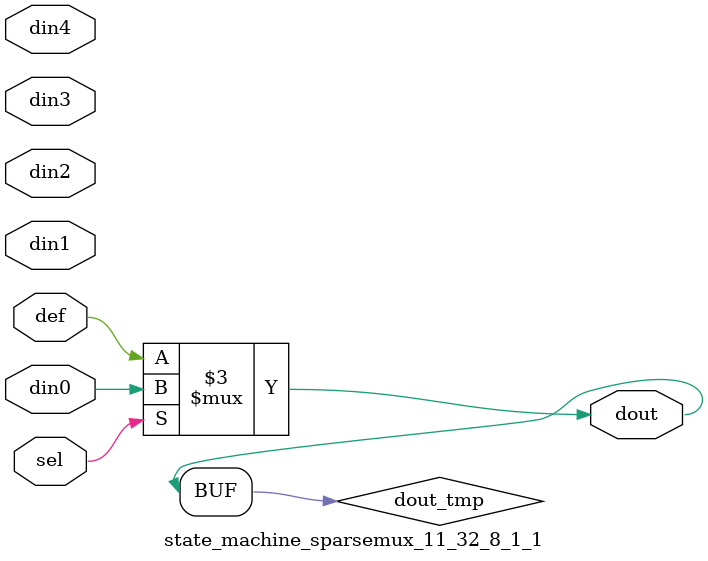
<source format=v>
`timescale 1ns / 1ps

module state_machine_sparsemux_11_32_8_1_1 (din0,din1,din2,din3,din4,def,sel,dout);

parameter din0_WIDTH = 1;

parameter din1_WIDTH = 1;

parameter din2_WIDTH = 1;

parameter din3_WIDTH = 1;

parameter din4_WIDTH = 1;

parameter def_WIDTH = 1;
parameter sel_WIDTH = 1;
parameter dout_WIDTH = 1;

parameter [sel_WIDTH-1:0] CASE0 = 1;

parameter [sel_WIDTH-1:0] CASE1 = 1;

parameter [sel_WIDTH-1:0] CASE2 = 1;

parameter [sel_WIDTH-1:0] CASE3 = 1;

parameter [sel_WIDTH-1:0] CASE4 = 1;

parameter ID = 1;
parameter NUM_STAGE = 1;



input [din0_WIDTH-1:0] din0;

input [din1_WIDTH-1:0] din1;

input [din2_WIDTH-1:0] din2;

input [din3_WIDTH-1:0] din3;

input [din4_WIDTH-1:0] din4;

input [def_WIDTH-1:0] def;
input [sel_WIDTH-1:0] sel;

output [dout_WIDTH-1:0] dout;



reg [dout_WIDTH-1:0] dout_tmp;

always @ (*) begin
case (sel)
    
    CASE0 : dout_tmp = din0;
    
    CASE1 : dout_tmp = din1;
    
    CASE2 : dout_tmp = din2;
    
    CASE3 : dout_tmp = din3;
    
    CASE4 : dout_tmp = din4;
    
    default : dout_tmp = def;
endcase
end


assign dout = dout_tmp;



endmodule

</source>
